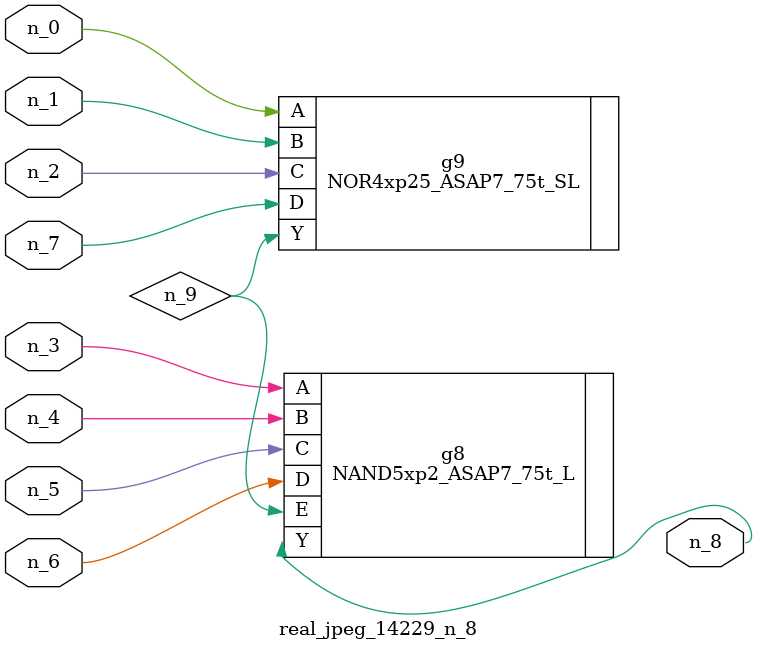
<source format=v>
module real_jpeg_14229_n_8 (n_5, n_4, n_0, n_1, n_2, n_6, n_7, n_3, n_8);

input n_5;
input n_4;
input n_0;
input n_1;
input n_2;
input n_6;
input n_7;
input n_3;

output n_8;

wire n_9;

NOR4xp25_ASAP7_75t_SL g9 ( 
.A(n_0),
.B(n_1),
.C(n_2),
.D(n_7),
.Y(n_9)
);

NAND5xp2_ASAP7_75t_L g8 ( 
.A(n_3),
.B(n_4),
.C(n_5),
.D(n_6),
.E(n_9),
.Y(n_8)
);


endmodule
</source>
